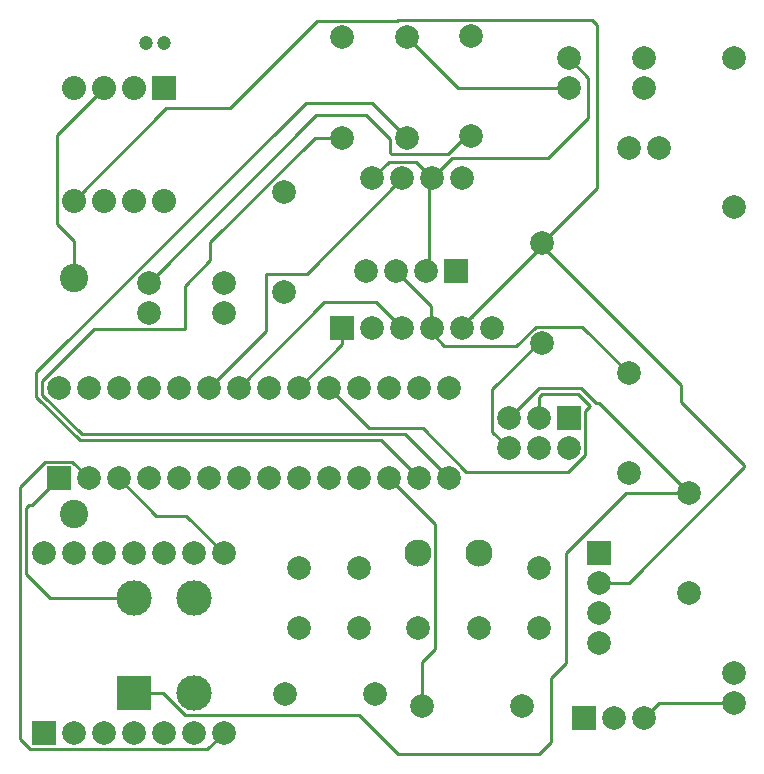
<source format=gbl>
G04*
G04 #@! TF.GenerationSoftware,Altium Limited,Altium Designer,21.7.2 (23)*
G04*
G04 Layer_Physical_Order=2*
G04 Layer_Color=16711680*
%FSLAX25Y25*%
%MOIN*%
G70*
G04*
G04 #@! TF.SameCoordinates,5A2C8144-CC96-4660-950F-F598549C9966*
G04*
G04*
G04 #@! TF.FilePolarity,Positive*
G04*
G01*
G75*
%ADD11C,0.01000*%
%ADD22C,0.09449*%
%ADD23C,0.07874*%
%ADD24R,0.07874X0.07874*%
%ADD25C,0.09055*%
%ADD26R,0.11811X0.11811*%
%ADD27C,0.11811*%
%ADD28C,0.04724*%
%ADD29C,0.08000*%
%ADD30R,0.08000X0.08000*%
%ADD31R,0.07874X0.07874*%
D11*
X139874Y38000D02*
Y79661D01*
X135535Y19000D02*
Y33661D01*
X139874Y38000D01*
X209437Y15098D02*
X214437Y20098D01*
X239437D01*
X97098Y163098D02*
X129000Y195000D01*
X83437Y163098D02*
X97098D01*
X194000Y191932D02*
Y246000D01*
X175631Y173563D02*
X194000Y191932D01*
X192098Y247902D02*
X194000Y246000D01*
X127234Y247586D02*
X127550Y247902D01*
X192098D01*
X100586Y247586D02*
X127234D01*
X71469Y218469D02*
X100586Y247586D01*
X19437Y187598D02*
X50308Y218469D01*
X71469D01*
X147375Y225098D02*
X184437D01*
X130473Y242000D02*
X147375Y225098D01*
X138000Y165000D02*
Y194000D01*
X139000Y195000D01*
X137000Y164000D02*
X138000Y165000D01*
X175517Y172483D02*
X222000Y126000D01*
X149000Y145815D02*
Y145966D01*
X152437Y149252D02*
Y149403D01*
X175517Y172483D02*
X175631Y172597D01*
X152437Y149403D02*
X175517Y172483D01*
X149000Y145966D02*
X152437Y149403D01*
X175631Y172597D02*
Y173563D01*
X120339Y153661D02*
X129000Y145000D01*
X103000Y153661D02*
X120339D01*
X74437Y125098D02*
X103000Y153661D01*
X133563Y200437D02*
X139000Y195000D01*
X124437Y200437D02*
X133563D01*
X119000Y195000D02*
X124437Y200437D01*
X65023Y173838D02*
X99720Y208535D01*
X109000D01*
X65023Y167788D02*
Y173838D01*
X125000Y203586D02*
Y208000D01*
X150172Y209000D02*
X151947D01*
X144172Y203000D02*
X150172Y209000D01*
X125586Y203000D02*
X144172D01*
X125000Y203586D02*
X125586Y203000D01*
X117000Y216000D02*
X125000Y208000D01*
X44437Y160098D02*
X100339Y216000D01*
X117000D01*
X149000Y145815D02*
X152437Y149252D01*
X149000Y145000D02*
Y145815D01*
X109000Y139661D02*
Y145000D01*
X94437Y125098D02*
X109000Y139661D01*
X138703Y145297D02*
X139000Y145000D01*
X138703Y145297D02*
Y152297D01*
X127000Y164000D02*
X138703Y152297D01*
X139000Y143140D02*
X141729Y140410D01*
Y140270D02*
Y140410D01*
X139000Y143140D02*
Y145000D01*
X141729Y140270D02*
X143000Y139000D01*
X166843D01*
X173379Y145535D02*
X189000D01*
X166843Y139000D02*
X173379Y145535D01*
X189000D02*
X204437Y130098D01*
X118910Y220098D02*
X130473Y208535D01*
X96748Y220098D02*
X118910D01*
X177658Y201658D02*
X191000Y215000D01*
Y228535D01*
X145658Y201658D02*
X177658D01*
X139000Y195000D02*
X145658Y201658D01*
X184437Y235098D02*
X191000Y228535D01*
X183437Y70098D02*
X203437Y90098D01*
X224437D01*
X243023Y98684D02*
Y99513D01*
X184126Y97098D02*
X189874Y102846D01*
X194437Y120098D02*
X224437Y90098D01*
X222000Y120535D02*
X243023Y99513D01*
X189874Y102846D02*
Y117535D01*
X191437Y119098D01*
X193437Y120098D02*
X194437D01*
X187437Y123098D02*
X191437Y119098D01*
X188437Y125098D02*
X193437Y120098D01*
X175437Y123098D02*
X187437D01*
X127437Y3098D02*
X174437D01*
X124437Y95098D02*
X139874Y79661D01*
X150367Y97098D02*
X184126D01*
X121905Y107630D02*
X134437Y95098D01*
X129905Y109630D02*
X144437Y95098D01*
X135836Y111630D02*
X150367Y97098D01*
X159000Y110535D02*
X164437Y105098D01*
X117905Y111630D02*
X135836D01*
X159000Y110535D02*
Y124661D01*
X174437Y115098D02*
Y122098D01*
X164437Y115098D02*
X174437Y125098D01*
Y122098D02*
X175437Y123098D01*
X174437Y3098D02*
X178437Y7098D01*
Y28598D01*
X183437Y33598D01*
Y70098D01*
X194437Y60098D02*
X204437D01*
X243023Y98684D01*
X3437Y63098D02*
Y85098D01*
X4437Y86098D01*
X5437D01*
X34437Y95098D02*
X46937Y82598D01*
X5437Y86098D02*
X14437Y95098D01*
X1437Y92094D02*
X9879Y100535D01*
X19000D02*
X24437Y95098D01*
X9879Y100535D02*
X19000D01*
X7000Y122018D02*
X21388Y107630D01*
X9000Y122846D02*
X22216Y109630D01*
X14437Y124098D02*
Y125098D01*
X4879Y4819D02*
X64000D01*
X1437Y8261D02*
X4879Y4819D01*
X39437Y23602D02*
X49043D01*
X1437Y8261D02*
Y92094D01*
X11437Y55098D02*
X39437D01*
X3437Y63098D02*
X11437Y55098D01*
X64000Y4819D02*
X69437Y10256D01*
X114437Y16098D02*
X127437Y3098D01*
X56547Y16098D02*
X114437D01*
X49043Y23602D02*
X56547Y16098D01*
X56937Y82598D02*
X69437Y70098D01*
X46937Y82598D02*
X56937D01*
X21388Y107630D02*
X121905D01*
X22216Y109630D02*
X129905D01*
X104437Y125098D02*
X117905Y111630D01*
X9000Y122846D02*
Y127350D01*
X7000Y122018D02*
Y130350D01*
X9000Y127350D02*
X26311Y144661D01*
X56437D01*
Y159202D01*
X65023Y167788D01*
X19437Y161839D02*
Y174251D01*
X7000Y130350D02*
X96748Y220098D01*
X13937Y179751D02*
X19437Y174251D01*
X13937Y179751D02*
Y209598D01*
X29437Y225098D01*
X83437Y144098D02*
Y163098D01*
X222000Y120535D02*
Y126000D01*
X174437Y125098D02*
X188437D01*
X202748Y130098D02*
X204437D01*
X159000Y124661D02*
X174437Y140098D01*
X64437Y125098D02*
X83437Y144098D01*
D22*
X19437Y83098D02*
D03*
Y161839D02*
D03*
D23*
X169000Y19000D02*
D03*
X135535D02*
D03*
X120000Y23000D02*
D03*
X90000D02*
D03*
X239437Y235098D02*
D03*
Y185492D02*
D03*
X19437Y10256D02*
D03*
X29437D02*
D03*
X39437D02*
D03*
X49437D02*
D03*
X59437D02*
D03*
X69437D02*
D03*
X9437Y70098D02*
D03*
X19437D02*
D03*
X29437D02*
D03*
X39437D02*
D03*
X49437D02*
D03*
X59437D02*
D03*
X69437D02*
D03*
X174437Y115098D02*
D03*
X164437D02*
D03*
X184437Y105098D02*
D03*
X174437D02*
D03*
X164437D02*
D03*
X144437Y125098D02*
D03*
X134437D02*
D03*
X124437D02*
D03*
X114437D02*
D03*
X104437D02*
D03*
X94437D02*
D03*
X84437D02*
D03*
X74437D02*
D03*
X64437D02*
D03*
X54437D02*
D03*
X44437D02*
D03*
X34437D02*
D03*
X24437D02*
D03*
X14437D02*
D03*
X144437Y95098D02*
D03*
X134437D02*
D03*
X124437D02*
D03*
X114437D02*
D03*
X104437D02*
D03*
X94437D02*
D03*
X84437D02*
D03*
X74437D02*
D03*
X64437D02*
D03*
X54437D02*
D03*
X44437D02*
D03*
X34437D02*
D03*
X24437D02*
D03*
X114437Y45020D02*
D03*
Y65098D02*
D03*
X154437Y45098D02*
D03*
X134358D02*
D03*
X174437Y45020D02*
D03*
Y65098D02*
D03*
X94437Y45098D02*
D03*
Y65177D02*
D03*
X224437Y90098D02*
D03*
Y56634D02*
D03*
X151947Y209000D02*
D03*
Y242465D02*
D03*
X89437Y190563D02*
D03*
Y157098D02*
D03*
X130473Y208535D02*
D03*
Y242000D02*
D03*
X109000Y208535D02*
D03*
Y242000D02*
D03*
X204437Y96634D02*
D03*
Y130098D02*
D03*
X175631Y140098D02*
D03*
Y173563D02*
D03*
X137000Y164000D02*
D03*
X127000D02*
D03*
X117000D02*
D03*
X214437Y205098D02*
D03*
X204437D02*
D03*
X194437Y40098D02*
D03*
Y50098D02*
D03*
Y60098D02*
D03*
X149000Y195000D02*
D03*
X139000D02*
D03*
X129000D02*
D03*
X119000D02*
D03*
X159000Y145000D02*
D03*
X149000D02*
D03*
X139000D02*
D03*
X129000D02*
D03*
X119000D02*
D03*
X209437Y15098D02*
D03*
X199437D02*
D03*
X239437Y30098D02*
D03*
Y20098D02*
D03*
X44437Y150098D02*
D03*
Y160098D02*
D03*
X69437Y150098D02*
D03*
Y160098D02*
D03*
X209437Y235098D02*
D03*
Y225098D02*
D03*
X184437Y235098D02*
D03*
Y225098D02*
D03*
D24*
X9437Y10256D02*
D03*
X184437Y115098D02*
D03*
X14437Y95098D02*
D03*
X147000Y164000D02*
D03*
X109000Y145000D02*
D03*
X189437Y15098D02*
D03*
D25*
X134358Y70098D02*
D03*
X154437D02*
D03*
D26*
X39437Y23602D02*
D03*
D27*
X59516D02*
D03*
X39437Y55098D02*
D03*
X59516D02*
D03*
D28*
X43532Y240098D02*
D03*
X49437D02*
D03*
D29*
X19437Y187598D02*
D03*
X29437D02*
D03*
X39437D02*
D03*
X49437D02*
D03*
X19437Y225098D02*
D03*
X29437D02*
D03*
X39437D02*
D03*
D30*
X49437D02*
D03*
D31*
X194437Y70098D02*
D03*
M02*

</source>
